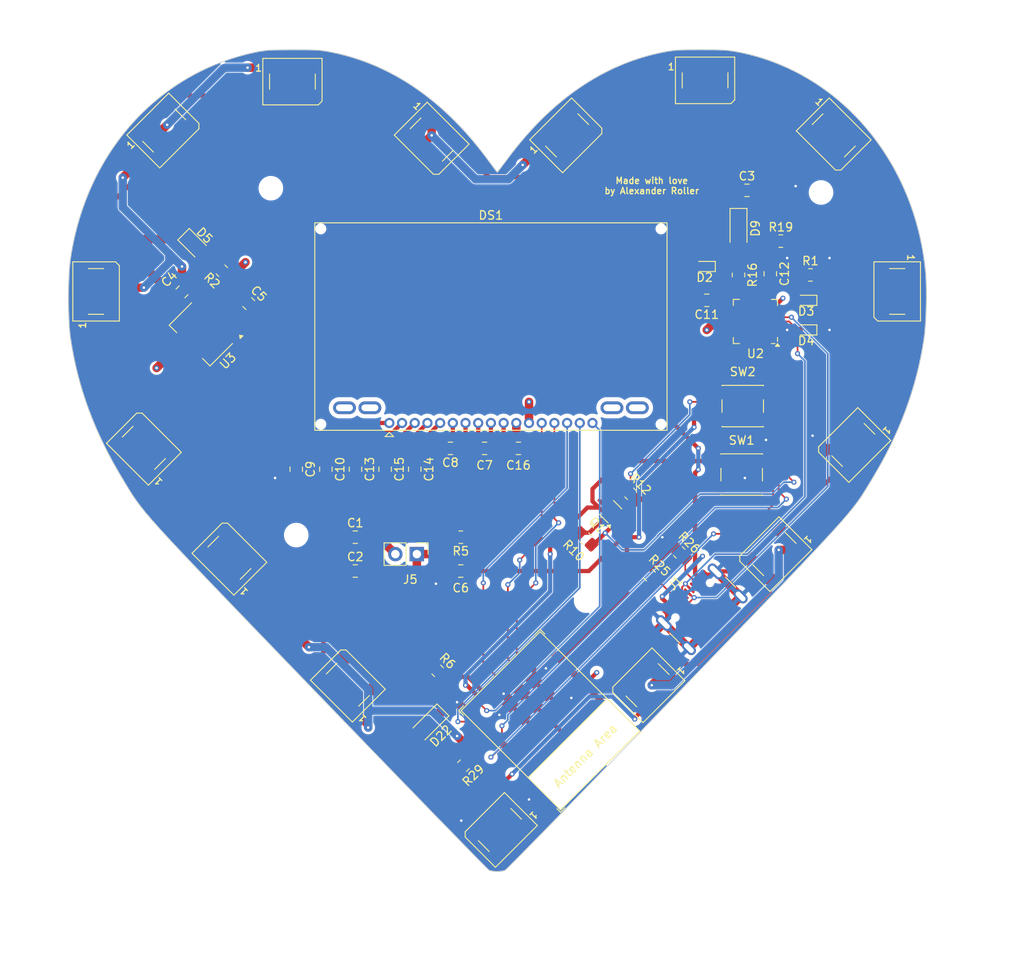
<source format=kicad_pcb>
(kicad_pcb (version 20241229) (generator "pcbnew") (generator_version "9.0")
  (layers (0 "F.Cu" signal) (4 "In1.Cu" power) (6 "In2.Cu" power) (2 "B.Cu" mixed) (13 "F.Paste" user) (15 "B.Paste" user) (5 "F.SilkS" user "F.Silkscreen") (7 "B.SilkS" user "B.Silkscreen") (1 "F.Mask" user) (3 "B.Mask" user) (25 "Edge.Cuts" user))
  (net 0 "")
  (net 1 "VCC_5V")
  (net 2 "Net-(D22-A)")
  (net 3 "ESP_3V3")
  (net 4 "CHIP_PU")
  (net 5 "Net-(Q1A-B1)")
  (net 6 "Net-(Q1B-B2)")
  (net 8 "GPIO9")
  (net 9 "GPIO7")
  (net 10 "GPIO4")
  (net 11 "Net-(D1-DOUT)")
  (net 12 "GPIO12")
  (net 15 "Net-(D1-DIN)")
  (net 16 "Net-(D10-DOUT)")
  (net 17 "GPIO5")
  (net 18 "Net-(D12-DOUT)")
  (net 20 "Net-(D13-DOUT)")
  (net 21 "GPIO2")
  (net 22 "GPIO6")
  (net 23 "GPIO3")
  (net 24 "GPIO8")
  (net 26 "Net-(D14-DOUT)")
  (net 27 "GPIO13")
  (net 28 "VBUSA")
  (net 29 "Net-(D15-DOUT)")
  (net 30 "Net-(J1-CC1)")
  (net 31 "Net-(J1-CC2)")
  (net 34 "Net-(DS1-V1)")
  (net 35 "Net-(DS1-V3)")
  (net 36 "Net-(D17-DOUT)")
  (net 40 "DTR")
  (net 45 "UART_RXD")
  (net 46 "USB_DP")
  (net 48 "UART_TXD")
  (net 49 "Net-(U2-~{RST})")
  (net 50 "USB_DN")
  (net 53 "GND")
  (net 56 "Net-(U2-VBUS)")
  (net 62 "RTS")
  (net 65 "Net-(DS1-V0)")
  (net 66 "Net-(DS1-C2+)")
  (net 67 "GPIO18")
  (net 68 "Net-(DS1-C1+)")
  (net 69 "Net-(DS1-VOUT)")
  (net 70 "Net-(DS1-C1-)")
  (net 71 "Net-(DS1-C2-)")
  (net 72 "Net-(DS1-V2)")
  (net 73 "Net-(DS1-V4)")
  (net 74 "GPIO0")
  (net 75 "GPIO15")
  (net 76 "GPIO19")
  (net 77 "GPIO23")
  (net 78 "GPIO22")
  (net 79 "GPIO14")
  (net 80 "GPIO21")
  (net 81 "GPIO1")
  (net 82 "Net-(D6-DOUT)")
  (net 83 "Net-(D7-DOUT)")
  (net 84 "GPIO20")
  (net 85 "Net-(D5-A)")
  (net 86 "Net-(D16-DOUT)")
  (net 87 "Net-(D18-DOUT)")
  (net 88 "Net-(D19-DOUT)")
  (net 89 "Net-(D20-DOUT)")
  (footprint "Connector_PinHeader_2.54mm:PinHeader_1x02_P2.54mm_Vertical" (layer "F.Cu") (at 126.25 99.5 -90)
    (property "Reference" "J5")
    (property "Value" "Conn_01x02_Pin")
  )
  (footprint "LED_SMD:LED_WS2812B_PLCC4_5.0x5.0mm_P3.2mm" (layer "F.Cu") (at 153.5 115 -135)
    (property "Reference" "D7" (hide yes))
    (property "Value" "WS2812B" (hide yes))
  )
  (footprint "Display:NHD-C12832A1Z-FSRGB" (layer "F.Cu") (at 123 84)
    (property "Reference" "DS1")
    (property "Value" "NHD-C12832A1Z-FSW-FBW-3V3")
  )
  (footprint "Resistor_SMD:R_0805_2012Metric_Pad1.20x1.40mm_HandSolder" (layer "F.Cu") (at 169.25 62.5)
    (property "Reference" "R19")
    (property "Value" "22.1k")
  )
  (footprint "PCM_Espressif:ESP32-C6-MINI-1" (layer "F.Cu") (at 142.016295 119.201724 -135)
    (property "Reference" "U1" (hide yes))
    (property "Value" "ESP32-C6-MINI-1/U" (hide yes))
  )
  (footprint "Capacitor_SMD:C_0805_2012Metric_Pad1.18x1.45mm_HandSolder" (layer "F.Cu") (at 168.007716 66.363604 -90)
    (property "Reference" "C12")
    (property "Value" "1u")
  )
  (footprint "Diode_SMD:D_SOD-123" (layer "F.Cu") (at 127.666726 119.583274 -135)
    (property "Reference" "D22")
    (property "Value" "1N4148W")
  )
  (footprint "Resistor_SMD:R_0805_2012Metric_Pad1.20x1.40mm_HandSolder" (layer "F.Cu") (at 153.75 102 -45)
    (property "Reference" "R25")
    (property "Value" "5.1K")
  )
  (footprint "MountingHole:MountingHole_2.5mm" (layer "F.Cu") (at 109 56.25)
    (property "Reference" "H1" (hide yes))
    (property "Value" "MountingHole")
  )
  (footprint "Diode_SMD:D_SOD-523" (layer "F.Cu") (at 172.25 73 180)
    (property "Reference" "D4")
    (property "Value" "D_TVS")
  )
  (footprint "MountingHole:MountingHole_2.5mm" (layer "F.Cu") (at 112 97.25)
    (property "Reference" "H2" (hide yes))
    (property "Value" "MountingHole")
  )
  (footprint "LED_SMD:LED_WS2812B_PLCC4_5.0x5.0mm_P3.2mm" (layer "F.Cu") (at 111.55 43.65)
    (property "Reference" "D16" (hide yes))
    (property "Value" "WS2812B")
  )
  (footprint "Capacitor_SMD:C_0805_2012Metric_Pad1.18x1.45mm_HandSolder" (layer "F.Cu") (at 119 89.4625 -90)
    (property "Reference" "C13")
    (property "Value" "1u")
  )
  (footprint "LED_SMD:LED_WS2812B_PLCC4_5.0x5.0mm_P3.2mm" (layer "F.Cu") (at 96.399138 49.434315 45)
    (property "Reference" "D17" (hide yes))
    (property "Value" "WS2812B" (hide yes))
  )
  (footprint "Capacitor_SMD:C_0805_2012Metric_Pad1.18x1.45mm_HandSolder" (layer "F.Cu") (at 118.975 101.5)
    (property "Reference" "C2")
    (property "Value" ".1u")
  )
  (footprint "Capacitor_SMD:C_0805_2012Metric_Pad1.18x1.45mm_HandSolder" (layer "F.Cu") (at 126 89.4625 -90)
    (property "Reference" "C14")
    (property "Value" "1u")
  )
  (footprint "Capacitor_SMD:C_0805_2012Metric_Pad1.18x1.45mm_HandSolder" (layer "F.Cu") (at 115.5 89.4625 -90)
    (property "Reference" "C10")
    (property "Value" "1u")
  )
  (footprint "LED_SMD:LED_WS2812B_PLCC4_5.0x5.0mm_P3.2mm" (layer "F.Cu") (at 128 50.5 -45)
    (property "Reference" "D15" (hide yes))
    (property "Value" "WS2812B")
  )
  (footprint "Capacitor_SMD:C_0805_2012Metric_Pad1.18x1.45mm_HandSolder" (layer "F.Cu") (at 122.5 89.4625 -90)
    (property "Reference" "C15")
    (property "Value" "1u")
  )
  (footprint "Capacitor_SMD:C_0805_2012Metric_Pad1.18x1.45mm_HandSolder" (layer "F.Cu") (at 118.975 97.5)
    (property "Reference" "C1")
    (property "Value" "10u")
  )
  (footprint "Capacitor_SMD:C_0805_2012Metric_Pad1.18x1.45mm_HandSolder" (layer "F.Cu") (at 130.2125 87 180)
    (property "Reference" "C8")
    (property "Value" "1u")
  )
  (footprint "Resistor_SMD:R_0805_2012Metric_Pad1.20x1.40mm_HandSolder" (layer "F.Cu") (at 172.75 66.5)
    (property "Reference" "R1")
    (property "Value" "47.5k")
  )
  (footprint "Diode_SMD:D_SOD-523" (layer "F.Cu") (at 172.25 69.5 180)
    (property "Reference" "D3")
    (property "Value" "D_TVS")
  )
  (footprint "LED_SMD:LED_WS2812B_PLCC4_5.0x5.0mm_P3.2mm" (layer "F.Cu") (at 175.5 50 -45)
    (property "Reference" "D12" (hide yes))
    (property "Value" "WS2812B")
  )
  (footprint "LED_SMD:LED_0805_2012Metric_Pad1.15x1.40mm_HandSolder" (layer "F.Cu") (at 100 63 -45)
    (property "Reference" "D5")
    (property "Value" "LED")
  )
  (footprint "Resistor_SMD:R_0805_2012Metric_Pad1.20x1.40mm_HandSolder" (layer "F.Cu") (at 128.7 113.3 -45)
    (property "Reference" "R6")
    (property "Value" "3.3K")
  )
  (footprint "Diode_SMD:D_SOD-523" (layer "F.Cu") (at 160.25 65.5 180)
    (property "Reference" "D2")
    (property "Value" "D_TVS")
  )
  (footprint "Capacitor_SMD:C_0805_2012Metric_Pad1.18x1.45mm_HandSolder" (layer "F.Cu") (at 106.389087 69.889088 -45)
    (property "Reference" "C5")
    (property "Value" "22u")
  )
  (footprint "Package_TO_SOT_SMD:SOT-363_SC-70-6_Handsoldering" (layer "F.Cu") (at 149.150071 94.480833 135)
    (property "Reference" "Q1")
    (property "Value" "BC847BDW1")
  )
  (footprint "Capacitor_SMD:C_0805_2012Metric_Pad1.18x1.45mm_HandSolder" (layer "F.Cu") (at 131.4375 101.5)
    (property "Reference" "C6")
    (property "Value" "1u")
  )
  (footprint "Capacitor_SMD:C_0805_2012Metric_Pad1.18x1.45mm_HandSolder" (layer "F.Cu") (at 160.5 69.5 180)
    (property "Reference" "C11")
    (property "Value" "10u")
  )
  (footprint "Resistor_SMD:R_0805_2012Metric_Pad1.20x1.40mm_HandSolder" (layer "F.Cu") (at 131.4375 97.5 180)
    (property "Reference" "R5")
    (property "Value" "10K")
  )
  (footprint "LED_SMD:LED_WS2812B_PLCC4_5.0x5.0mm_P3.2mm" (layer "F.Cu") (at 160.3 43.5)
    (property "Reference" "D13" (hide yes))
    (property "Value" "WS2812B")
  )
  (footprint "Button_Switch_SMD:SW_SPST_PTS647_Sx38" (layer "F.Cu") (at 164.625 90.1)
    (property "Reference" "SW1")
    (property "Value" "SW_Push")
  )
  (footprint "LED_SMD:LED_WS2812B_PLCC4_5.0x5.0mm_P3.2mm" (layer "F.Cu") (at 136.065685 132.100862 -135)
    (property "Reference" "D6" (hide yes))
    (property "Value" "WS2812B" (hide yes))
  )
  (footprint "Resistor_SMD:R_0805_2012Metric_Pad1.20x1.40mm_HandSolder" (layer "F.Cu") (at 157.25 99.292893 -45)
    (property "Reference" "R26")
    (property "Value" "5.1K")
  )
  (footprint "LED_SMD:LED_WS2812B_PLCC4_5.0x5.0mm_P3.2mm" (layer "F.Cu") (at 104.100862 99.934315 135)
    (property "Reference" "D20" (hide yes))
    (property "Value" "WS2812B")
  )
  (footprint "Connector_USB:USB_C_Receptacle_GCT_USB4105-xx-A_16P_TopMnt_Horizontal" (layer "F.Cu") (at 160.685159 106.794562 45)
    (property "Reference" "J1")
    (property "Value" "USB_C_Receptacle_USB2.0_16P" (hide yes))
  )
  (footprint "Resistor_SMD:R_0805_2012Metric_Pad1.20x1.40mm_HandSolder" (layer "F.Cu") (at 151.497666 92.373654 -45)
    (property "Reference" "R12")
    (property "Value" "10K")
  )
  (footprint "LED_SMD:LED_WS2812B_PLCC4_5.0x5.0mm_P3.2mm" (layer "F.Cu") (at 168.5 99.5 -135)
    (property "Reference" "D8" (hide yes))
    (property "Value" "WS2812B" (hide yes))
  )
  (footprint "MountingHole:MountingHole_2.5mm" (layer "F.Cu") (at 174 56.75)
    (property "Reference" "H3" (hide yes))
    (property "Value" "MountingHole")
  )
  (footprint "Package_TO_SOT_SMD:SOT-223-3_TabPin2" (layer "F.Cu") (at 100.75 73.5 -135)
    (property "Reference" "U3")
    (property "Value" "AZ1117-3.3")
  )
  (footprint "Button_Switch_SMD:SW_SPST_PTS647_Sx38" (layer "F.Cu") (at 164.75 82)
    (property "Reference" "SW2")
    (property "Value" "SW_Push")
  )
  (footprint "Resistor_SMD:R_0805_2012Metric_Pad1.20x1.40mm_HandSolder" (layer "F.Cu") (at 164.25 66.5 -90)
    (property "Reference" "R16")
    (property "Value" "1k")
  )
  (footprint "Capacitor_SMD:C_0805_2012Metric_Pad1.18x1.45mm_HandSolder" (layer "F.Cu") (at 112 89.4625 -90)
    (property "Reference" "C9")
    (property "Value" "1u")
  )
  (footprint "Resistor_SMD:R_0805_2012Metric_Pad1.20x1.40mm_HandSolder" (layer "F.Cu") (at 103.207107 66 135)
    (property "Reference" "R2")
    (property "Value" "5.1K")
  )
  (footprint "LED_SMD:LED_WS2812B_PLCC4_5.0x5.0mm_P3.2mm" (layer "F.Cu") (at 183 68.45 -90)
    (property "Reference" "D10" (hide yes))
    (property "Value" "WS2812B")
  )
  (footprint "Diode_SMD:D_SOD-123" (layer "F.Cu") (at 164.25 61 -90)
    (property "Reference" "D9")
    (property "Value" "1N5819")
  )
  (footprint "Resistor_SMD:R_0805_2012Metric_Pad1.20x1.40mm_HandSolder" (layer "F.Cu") (at 146.194365 97.676955 -45)
    (property "Reference" "R10")
    (property "Value" "10K")
  )
  (footprint "MountingHole:MountingHole_2.5mm" (layer "F.Cu") (at 146.25 105)
    (property "Reference" "H4" (hide yes))
    (property "Value" "MountingHole")
  )
  (footprint "Capacitor_SMD:C_0805_2012Metric_Pad1.18x1.45mm_HandSolder" (layer "F.Cu") (at 98.5 68.5 -135)
    (property "Reference" "C4")
    (property "Value" "10u")
  )
  (footprint "LED_SMD:LED_WS2812B_PLCC4_5.0x5.0mm_P3.2mm" (layer "F.Cu") (at 177.815685 86.600862 -135)
    (property "Reference" "D1" (hide yes))
    (property "Value" "WS2812B")
  )
  (footprint "Package_DFN_QFN:QFN-28-1EP_5x5mm_P0.5mm_EP3.25x3.25mm" (layer "F.Cu") (at 166.25 72 180)
    (property "Reference" "U2")
    (property "Value" "CP2102N-Axx-xQFN28")
  )
  (footprint "Capacitor_SMD:C_0805_2012Metric_Pad1.18x1.45mm_HandSolder" (layer "F.Cu") (at 138.25 87)
    (property "Reference" "C16")
    (property "Value" "1u")
  )
  (footprint "LED_SMD:LED_WS2812B_PLCC4_5.0x5.0mm_P3.2mm" (layer "F.Cu") (at 94 86.934315 135)
    (property "Reference" "D19" (hide yes))
    (property "Value" "WS2812B")
  )
  (footprint "LED_SMD:LED_WS2812B_PLCC4_5.0x5.0mm_P3.2mm" (layer "F.Cu") (at 118.100862 114.934315 135)
    (property "Reference" "D21" (hide yes))
    (property "Value" "WS2812B")
  )
  (footprint "Capacitor_SMD:C_0805_2012Metric_Pad1.18x1.45mm_HandSolder" (layer "F.Cu") (at 134.25 87)
    (property "Reference" "C7")
    (property "Value" "1u")
  )
  (footprint "Capacitor_SMD:C_0805_2012Metric_Pad1.18x1.45mm_HandSolder" (layer "F.Cu") (at 165.25 56.5)
    (property "Reference" "C3")
    (property "Value" "10u")
  )
  (footprint "LED_SMD:LED_WS2812B_PLCC4_5.0x5.0mm_P3.2mm" (layer "F.Cu") (at 144 50 45)
    (property "Reference" "D14" (hide yes))
    (property "Value" "WS2812B")
  )
  (footprint "Resistor_SMD:R_0805_2012Metric_Pad1.20x1.40mm_HandSolder" (layer "F.Cu") (at 131.75 124.5 -135)
    (property "Reference" "R29")
    (property "Value" "10K" (hide yes))
  )
  (footprint "LED_SMD:LED_WS2812B_PLCC4_5.0x5.0mm_P3.2mm" (layer "F.Cu") (at 88.35 68.45 90)
    (property "Reference" "D18" (hide yes))
    (property "Value" "WS2812B")
  )
  (gr_curve (pts (xy 134.78271 136.871365) (xy 134.613885 136.790125) (xy 125.556269 127.47393) (xy 114.654674 116.168705)) (stroke (width 0.1)) (layer "Edge.Cuts"))
  (gr_curve (pts (xy 186.1539 74.19844) (xy 185.29153 79.840635) (xy 183.293325 85.23254) (xy 180.11024 90.50649)) (stroke (width 0.1)) (layer "Edge.Cuts"))
  (gr_curve (pts (xy 127.723848 45.602902) (xy 130.218966 47.571102) (xy 132.543275 50.018406) (xy 134.679035 52.932553)) (stroke (width 0.1)) (layer "Edge.Cuts"))
  (gr_curve (pts (xy 114.654674 116.168705) (xy 93.046106 93.76008) (xy 94.04004 94.857) (xy 91.438537 90.547065)) (stroke (width 0.1)) (layer "Edge.Cuts"))
  (gr_curve (pts (xy 116.224877 40.174257) (xy 120.363162 41.012244) (xy 124.212632 42.833184) (xy 127.723848 45.602902)) (stroke (width 0.1)) (layer "Edge.Cuts"))
  (gr_curve (pts (xy 135.75 54.354688) (xy 135.7658 54.354688) (xy 136.3442 53.595663) (xy 137.03537 52.667968)) (stroke (width 0.1)) (layer "Edge.Cuts"))
  (gr_curve (pts (xy 134.679035 52.932553) (xy 135.252285 53.714725) (xy 135.734215 54.354688) (xy 135.75 54.354688)) (stroke (width 0.1)) (layer "Edge.Cuts"))
  (gr_curve (pts (xy 156.84713 116.181075) (xy 145.955215 127.47398) (xy 136.88398 136.786385) (xy 136.68882 136.875305)) (stroke (width 0.1)) (layer "Edge.Cuts"))
  (gr_curve (pts (xy 85.332094 64.475) (xy 87.242142 51.988903) (xy 95.624575 42.636933) (xy 107.109989 40.178197)) (stroke (width 0.1)) (layer "Edge.Cuts"))
  (gr_curve (pts (xy 111.607905 39.874852) (xy 114.346591 39.869602) (xy 114.896329 39.905252) (xy 116.224877 40.174257)) (stroke (width 0.1)) (layer "Edge.Cuts"))
  (gr_curve (pts (xy 136.68882 136.875305) (xy 136.25362 137.073595) (xy 135.198445 137.071415) (xy 134.78271 136.871305)) (stroke (width 0.1)) (layer "Edge.Cuts"))
  (gr_curve (pts (xy 186.363465 66.184165) (xy 186.55745 68.266005) (xy 186.453595 72.2376) (xy 186.1539 74.19844)) (stroke (width 0.1)) (layer "Edge.Cuts"))
  (gr_curve (pts (xy 91.438537 90.547065) (xy 88.14462 85.090005) (xy 86.184353 79.782635) (xy 85.326909 74)) (stroke (width 0.1)) (layer "Edge.Cuts"))
  (gr_curve (pts (xy 180.11024 90.50649) (xy 177.49562 94.83857) (xy 178.48582 93.745725) (xy 156.84713 116.181075)) (stroke (width 0.1)) (layer "Edge.Cuts"))
  (gr_curve (pts (xy 85.326909 74) (xy 84.992158 71.74243) (xy 84.994915 66.679165) (xy 85.332094 64.475)) (stroke (width 0.1)) (layer "Edge.Cuts"))
  (gr_curve (pts (xy 107.109989 40.178197) (xy 108.320042 39.919157) (xy 108.899689 39.880067) (xy 111.607905 39.874852)) (stroke (width 0.1)) (layer "Edge.Cuts"))
  (gr_curve (pts (xy 159.828215 39.870547) (xy 162.486105 39.870547) (xy 163.06333 39.909397) (xy 164.392275 40.177612)) (stroke (width 0.1)) (layer "Edge.Cuts"))
  (gr_curve (pts (xy 137.03537 52.667968) (xy 142.167235 45.779938) (xy 148.28865 41.585543) (xy 155.26415 40.177612)) (stroke (width 0.1)) (layer "Edge.Cuts"))
  (gr_curve (pts (xy 155.26415 40.177612) (xy 156.593095 39.909382) (xy 157.170325 39.870547) (xy 159.828215 39.870547)) (stroke (width 0.1)) (layer "Edge.Cuts"))
  (gr_curve (pts (xy 164.392275 40.177612) (xy 176.270865 42.575183) (xy 185.14202 53.075668) (xy 186.363465 66.184165)) (stroke (width 0.1)) (layer "Edge.Cuts"))
  (gr_text "Made with love\nby Alexander Roller" (at 154 57 0) (layer "F.SilkS") (effects (font (size 0.75 0.75) (thickness 0.15) (bold yes)) (justify bottom)))
  (segment (start 148 53.5) (end 164 53.5) (width 1) (layer "F.Cu") (net 1))
  (segment (start 179.764316 89.521018) (end 180.5 88.128072) (width 1) (layer "F.Cu") (net 1))
  (segment (start 143.434315 50.565685) (end 144.25 49.75) (width 1) (layer "F.Cu") (net 1))
  (segment (start 110.6 43.5) (end 116 43.5) (width 1) (layer "F.Cu") (net 1))
  (segment (start 171.333453 99) (end 171.399138 98.934315) (width 1) (layer "F.Cu") (net 1))
  (segment (start 93.5 50) (end 93.5 53) (width 1) (layer "F.Cu") (net 1))
  (segment (start 164.25 59.35) (end 172.714426 59.35) (width 1) (layer "F.Cu") (net 1))
  (segment (start 141.100862 50.565685) (end 143.434315 50.565685) (width 1) (layer "F.Cu") (net 1))
  (segment (start 156.399138 114.434315) (end 154.565685 114.434315) (width 1) (layer "F.Cu") (net 1))
  (segment (start 146.5 47.5) (end 158 47.5) (width 1) (layer "F.Cu") (net 1))
  (segment (start 101.351041 69.646268) (end 101.113514 69.646268) (width 1) (layer "F.Cu") (net 1))
  (segment (start 177.682213 64.782213) (end 181.4 68.5) (width 1) (layer "F.Cu") (net 1))
  (segment (start 93.5 50) (end 95.5 50) (width 1) (layer "F.Cu") (net 1))
  (segment (start 136.535177 131.535177) (end 138.964823 131.535177) (width 1) (layer "F.Cu") (net 1))
  (segment (start 103.194349 102.833453) (end 98.390952 98.030056) (width 1) (layer "F.Cu") (net 1))
  (segment (start 144.25 49.75) (end 146.5 47.5) (width 1) (layer "F.Cu") (net 1))
  (segment (start 92 68) (end 94 68) (width 1) (layer "F.Cu") (net 1))
  (segment (start 124.25 51.75) (end 126.25 51.75) (width 1) (layer "F.Cu") (net 1))
  (segment (start 128 50) (end 128 48.166547) (width 1) (layer "F.Cu") (net 1))
  (segment (start 98.390952 93.65872) (end 94.565685 89.833453) (width 1) (layer "F.Cu") (net 1))
  (segment (start 154.565685 114.434315) (end 154 115) (width 1) (layer "F.Cu") (net 1))
  (segment (start 169 99) (end 171.333453 99) (width 1) (layer "F.Cu") (net 1))
  (segment (start 183.609 68.5) (end 183.609 67.041) (width 1) (layer "F.Cu") (net 1))
  (segment (start 178.8 63.2) (end 177.682213 64.317787) (width 1) (layer "F.Cu") (net 1))
  (segment (start 91.4 68.6) (end 92 68) (width 1) (layer "F.Cu") (net 1))
  (segment (start 177.682213 64.317787) (end 177.682213 64.782213) (width 1) (layer "F.Cu") (net 1))
  (segment (start 164 53.5) (end 164.2125 53.7125) (width 1) (layer "F.Cu") (net 1))
  (segment (start 98.5 67.032754) (end 99.233623 67.766377) (width 1) (layer "F.Cu") (net 1))
  (segment (start 104.666547 102.833453) (end 105.833453 102.833453) (width 1) (layer "F.Cu") (net 1))
  (segment (start 174.934315 49.434315) (end 178.8 53.3) (width 1) (layer "F.Cu") (net 1))
  (segment (start 93.5 53) (end 91.5 55) (width 1) (layer "F.Cu") (net 1))
  (segment (start 180.5 86.25) (end 180.714823 86.035177) (width 1) (layer "F.Cu") (net 1))
  (segment (start 141.100862 50.565685) (end 141.100862 51.149138) (width 1) (layer "F.Cu") (net 1))
  (segment (start 177.735177 86.035177) (end 176.1 84.4) (width 1) (layer "F.Cu") (net 1))
  (segment (start 95.5 50) (end 96.75 48.75) (width 1) (layer "F.Cu") (net 1))
  (segment (start 171.399138 98.934315) (end 171.399138 98.100862) (width 1) (layer "F.Cu") (net 1))
  (segment (start 98.5 65.5) (end 98.5 67.032754) (width 1) (layer "F.Cu") (net 1))
  (segment (start 183.609 67.041) (end 184.65 66) (width 1) (layer "F.Cu") (net 1))
  (segment (start 181.4 68.5) (end 183.609 68.5) (width 1) (layer "F.Cu") (net 1))
  (segment (start 172.714426 59.35) (end 177.682213 64.317787) (width 1) (layer "F.Cu") (net 1))
  (segment (start 106.25 42) (end 109.1 42) (width 1) (layer "F.Cu") (net 1))
  (segment (start 105.833453 102.833453) (end 113.5 110.5) (width 1) (layer "F.Cu") (net 1))
  (segment (start 101.113514 69.646268) (end 99.233623 67.766377) (width 1) (layer "F.Cu") (net 1))
  (segment (start 176.1 84.4) (end 176.1 80.1) (width 1) (layer "F.Cu") (net 1))
  (segment (start 182.8 73.4) (end 182.8 69.309) (width 1) (layer "F.Cu") (net 1))
  (segment (start 134.1 129.1) (end 136.535177 131.535177) (width 1) (layer "F.Cu") (net 1))
  (segment (start 176.1 80.1) (end 182.8 73.4) (width 1) (layer "F.Cu") (net 1))
  (segment (start 120.5 119.666906) (end 118.666547 117.833453) (width 1) (layer "F.Cu") (net 1))
  (segment (start 104.666547 102.833453) (end 103.194349 102.833453) (width 1) (layer "F.Cu") (net 1))
  (segment (start 164.2125 53.7125) (end 164.2125 56.5) (width 1) (layer "F.Cu") (net 1))
  (segment (start 158 47.5) (end 160.25 45.25) (width 1) (layer "F.Cu") (net 1))
  (segment (start 164.2125 59.3125) (end 164.25 59.35) (width 1) (layer "F.Cu") (net 1))
  (segment (start 116 43.5) (end 124.25 51.75) (width 1) (layer "F.Cu") (net 1))
  (segment (start 94.565685 89.833453) (end 94.565685 87.565685) (width 1) (layer "F.Cu") (net 1))
  (segment (start 86.7 70.9) (end 89.6 68) (width 1) (layer "F.Cu") (net 1))
  (segment (start 128 48.166547) (end 127.434315 47.600862) (width 1) (layer "F.Cu") (net 1))
  (segment (start 141.100862 51.149138) (end 138.75 53.5) (width 1) (layer "F.Cu") (net 1))
  (segment (start 132.457107 123.792893) (end 134.1 125.435786) (width 1) (layer "F.Cu") (net 1))
  (segment (start 132.457107 122.457107) (end 131 121) (width 1) (layer "F.Cu") (net 1))
  (segment (start 98.390952 98.030056) (end 98.390952 93.65872) (width 1) (layer "F.Cu") (net 1))
  (segment (start 126.25 51.75) (end 128 50) (width 1) (layer "F.Cu") (net 1))
  (segment (start 144.25 49.75) (end 148 53.5) (width 1) (layer "F.Cu") (net 1))
  (segment (start 180.714823 86.035177) (end 177.735177 86.035177) (width 1) (layer "F.Cu") (net 1))
  (segment (start 91.4 84.4) (end 91.4 68.6) (width 1) (layer "F.Cu") (net 1))
  (segment (start 109.1 42) (end 110.6 43.5) (width 1) (layer "F.Cu") (net 1))
  (segment (start 94.565685 87.565685) (end 91.4 84.4) (width 1) (layer "F.Cu") (net 1))
  (segment (start 174.934315 47.100862) (end 174.934315 49.434315) (width 1) (layer "F.Cu") (net 1))
  (segment (start 89.6 68) (end 92 68) (width 1) (layer "F.Cu") (net 1))
  (segment (start 160.25 45.25) (end 160.25 44.25) (width 1) (layer "F.Cu") (net 1))
  (segment (start 171.399138 98.100862) (end 179.44943 90.05057) (width 1) (layer "F.Cu") (net 1))
  (segment (start 120.5 120) (end 120.5 119.666906) (width 1) (layer "F.Cu") (net 1))
  (segment (start 164.2125 56.5) (end 164.2125 59.3125) (width 1) (layer "F.Cu") (net 1))
  (segment (start 182.8 69.309) (end 183.609 68.5) (width 1) (layer "F.Cu") (net 1))
  (segment (start 160.25 44.25) (end 157.85 41.85) (width 1) (layer "F.Cu") (net 1))
  (segment (start 179.44943 90.05057) (end 179.764316 89.521018) (width 1) (layer "F.Cu") (net 1))
  (segment (start 178.8 53.3) (end 178.8 63.2) (width 1) (layer "F.Cu") (net 1))
  (segment (start 134.1 125.435786) (end 134.1 129.1) (width 1) (layer "F.Cu") (net 1))
  (segment (start 180.5 88.128072) (end 180.5 86.25) (width 1) (layer "F.Cu") (net 1))
  (segment (start 132.457107 123.792893) (end 132.457107 122.457107) (width 1) (layer "F.Cu") (net 1))
  (via (at 96.75 48.75) (size 0.6) (drill 0.3) (layers "F.Cu" "B.Cu") (net 1))
  (via (at 91.5 55) (size 0.6) (drill 0.3) (layers "F.Cu" "B.Cu") (net 1))
  (via (at 131 121) (size 0.6) (drill 0.3) (layers "F.Cu" "B.Cu") (net 1))
  (via (at 169 99) (size 0.6) (drill 0.3) (layers "F.Cu" "B.Cu") (net 1))
  (via (at 138.75 53.5) (size 0.6) (drill 0.3) (layers "F.Cu" "B.Cu") (net 1))
  (via (at 113.5 110.5) (size 0.6) (drill 0.3) (layers "F.Cu" "B.Cu") (net 1))
  (via (at 128 50) (size 0.6) (drill 0.3) (layers "F.Cu" "B.Cu") (net 1))
  (via (at 120.5 120) (size 0.6) (drill 0.3) (layers "F.Cu" "B.Cu") (net 1))
  (via (at 98.5 65.5) (size 0.6) (drill 0.3) (layers "F.Cu" "B.Cu") (net 1))
  (via (at 154 115) (size 0.6) (drill 0.3) (layers "F.Cu" "B.Cu") (net 1))
  (via (at 94 68) (size 0.6) (drill 0.3) (layers "F.Cu" "B.Cu") (net 1))
  (via (at 106.25 42) (size 0.6) (drill 0.3) (layers "F.Cu" "B.Cu") (net 1))
  (segment (start 131 121) (end 128 118) (width 1) (layer "B.Cu") (net 1))
  (segment (start 91.5 58.5) (end 97 64) (width 1) (layer "B.Cu") (net 1))
  (segment (start 103.693888 42) (end 106.25 42) (width 1) (layer "B.Cu") (net 1))
  (segment (start 169 102.353077) (end 169 99) (width 1) (layer "B.Cu") (net 1))
  (segment (start 154 115) (end 156.353077 115) (width 1) (layer "B.Cu") (net 1))
  (segment (start 120.5 115.5) (end 120.5 118) (width 1) (layer "B.Cu") (net 1))
  (segment (start 91.5 55) (end 91.5 58.5) (width 1) (layer "B.Cu") (net 1))
  (segment (start 103.495851 42.067488) (end 103.693888 42) (width 1) (layer "B.Cu") (net 1))
  (segment (start 156.353077 115) (end 169 102.353077) (width 1) (layer "B.Cu") (net 1))
  (segment (start 96.75 48.75) (end 103.388412 42.111588) (width 1) (layer "B.Cu") (net 1))
  (segment (start 113.5 110.5) (end 115.5 110.5) (width 1) (layer "B.Cu") (net 1))
  (segment (start 137.057116 55.192884) (end 133.192884 55.192884) (width 1) (layer "B.Cu") (net 1))
  (segment (start 103.388412 42.111588) (end 103.495851 42.067488) (width 1) (layer "B.Cu") (net 1))
  (segment (start 115.5 110.5) (end 120.5 115.5) (width 1) (layer "B.Cu") (net 1))
  (segment (start 97 65) (end 97 64) (width 1) (layer "B.Cu") (net 1))
  (segment (start 120.5 118) (end 120.5 120) (width 1) (layer "B.Cu") (net 1))
  (segment (start 133.192884 55.192884) (end 128 50) (width 1) (layer "B.Cu") (net 1))
  (segment (start 94 68) (end 97 65) (width 1) (layer "B.Cu") (net 1))
  (segment (start 128 118) (end 120.5 118) (width 1) (layer "B.Cu") (net 1))
  (segment (start 138.75 53.5) (end 137.057116 55.192884) (width 1) (layer "B.Cu") (net 1))
  (segment (start 97 64) (end 98.5 65.5) (width 1) (layer "B.Cu") (net 1))
  (segment (start 131.007539 125.207107) (end 131.042893 125.207107) (width 0.5) (layer "F.Cu") (net 2))
  (segment (start 131.042893 128.542893) (end 131.042893 125.207107) (width 0.5) (layer "F.Cu") (net 2))
  (segment (start 135.5 133) (end 131.042893 128.542893) (width 0.5) (layer "F.Cu") (net 2))
  (segment (start 126.525216 120.724784) (end 131.007539 125.207107) (width 0.5) (layer "F.Cu") (net 2))
  (segment (start 135.5 135) (end 135.5 133) (width 0.5) (layer "F.Cu") (net 2))
  (segment (start 126.25 110.85) (end 127.992893 112.592893) (width 1) (layer "F.Cu") (net 3))
  (segment (start 161.5375 69.5) (end 161.5375 68.2125) (width 1) (layer "F.Cu") (net 3))
  (segment (start 105.094535 69.155465) (end 102.977386 71.272614) (width 1) (layer "F.Cu") (net 3))
  (segment (start 120.0125 97.5) (end 121.71 97.5) (width 1) (layer "F.Cu") (net 3))
  (segment (start 168.65 71) (end 168.65 70.5) (width 0.5) (layer "F.Cu") (net 3))
  (segment (start 139.5 84) (end 139.5 81.5) (width 1) (layer "F.Cu") (net 3))
  (segment (start 145.976093 114.817662) (end 146.182338 114.817662) (width 0.5) (layer "F.Cu") (net 3))
  (segment (start 103.914214 66.707107) (end 103.914214 67.414215) (width 1) (layer "F.Cu") (net 3))
  (segment (start 168.65 70.1) (end 169.5 69.25) (width 0.5) (layer "F.Cu") (net 3))
  (segment (start 103.914214 66.707107) (end 104.292893 66.707107) (width 1) (layer "F.Cu") (net 3))
  (segment (start 128.4375 99.5) (end 130.4375 97.5) (width 1) (layer "F.Cu") (net 3))
  (segment (start 126.25 99.5) (end 128.4375 99.5) (width 1) (layer "F.Cu") (net 3))
  (segment (start 121.71 97.5) (end 123.71 99.5) (width 1) (layer "F.Cu") (net 3))
  (segment (start 103.914214 67.414215) (end 105.655464 69.155465) (width 1) (layer "F.Cu") (net 3))
  (segment (start 104.292893 66.707107) (end 106 65) (width 1) (layer "F.Cu") (net 3))
  (segment (start 98.522614 75.727386) (end 102.977386 71.272614) (width 1) (layer "F.Cu") (net 3))
  (segment (start 161.5375 69.5) (end 161.5375 71.9625) (width 1) (layer "F.Cu") (net 3))
  (segment (start 168.65 71) (end 168.65 70.1) (width 0.5) (layer "F.Cu") (net 3))
  (segment (start 98.522614 75.727386) (end 97.272614 75.727386) (width 1) (layer "F.Cu") (net 3))
  (segment (start 146.182338 114.817662) (end 147.5 113.5) (width 0.5) (layer "F.Cu") (net 3))
  (segment (start 120.0125 101.5) (end 120.0125 97.5) (width 1) (layer "F.Cu") (net 3))
  (segment (start 97.272614 75.727386) (end 95.5 77.5) (width 1) (layer "F.Cu") (net 3))
  (segment (start 105.655464 69.155465) (end 105.094535 69.155465) (width 1) (layer "F.Cu") (net 3))
  (segment (start 161.5375 68.2125) (end 164.25 65.5) (width 1) (layer "F.Cu") (net 3))
  (segment (start 161.5375 71.9625) (end 160.5 73) (width 1) (layer "F.Cu") (net 3))
  (segment (start 126.25 99.5) (end 126.25 110.85) (width 1) (layer "F.Cu") (net 3))
  (via (at 106 65) (size 0.6) (drill 0.3) (layers "F.Cu" "B.Cu") (net 3))
  (via (at 147.5 113.5) (size 0.6) (drill 0.3) (layers "F.Cu" "B.Cu") (net 3))
  (via (at 95.5 77.5) (size 0.6) (drill 0.3) (layers "F.Cu" "B.Cu") (net 3))
  (via (at 169.5 69.25) (size 0.6) (drill 0.3) (layers "F.Cu" "B.Cu") (net 3))
  (via (at 160.5 73) (size 0.6) (drill 0.3) (layers "F.Cu" "B.Cu") (net 3))
  (via (at 139.5 81.5) (size 0.6) (drill 0.3) (layers "F.Cu" "B.Cu") (net 3))
  (segment (start 162.125 80.4) (end 167.375 80.4) (width 0.5) (layer "F.Cu") (net 4))
  (segment (start 150.550142 94.961666) (end 151.5 95.911524) (width 0.5) (layer "F.Cu") (net 4))
  (segment (start 152.5 97.5) (end 151.063812 97.5) (width 0.5) (layer "F.Cu") (net 4))
  (segment (start 146.563812 101.5) (end 151.063812 97) (width 0.5) (layer "F.Cu") (net 4))
  (segment (start 132.4375 97.5) (end 132.4375 101.4625) (width 0.5) (layer "F.Cu") (net 4))
  (segment (start 132.4375 101.4625) (end 132.475 101.5) (width 0.5) (layer "F.Cu") (net 4))
  (segment (start 151.5 95.911524) (end 151.5 96.563812) (width 0.5) (layer "F.Cu") (net 4))
  (segment (start 151.5 96.563812) (end 151.063812 97) (width 0.5) (layer "F.Cu") (net 4))
  (segment (start 162.125 80.4) (end 159 83.525) (width 0.5) (layer "F.Cu") (net 4))
  (segment (start 151.063812 104.073089) (end 143.147666 111.989235) (width 0.5) (layer "F.Cu") (net 4))
  (segment (start 159 83.525) (end 159 84.5) (width 0.5) (layer "F.Cu") (net 4))
  (segment (start 151.063812 97.5) (end 151.063812 104.073089) (width 0.5) (layer "F.Cu") (net 4))
  (segment (start 132.475 101.5) (end 146.563812 101.5) (width 0.5) (layer "F.Cu") (net 4))
  (segment (start 151.063812 97) (end 151.063812 97.5) (width 0.5) (layer "F.Cu") (net 4))
  (via (at 152.5 97.5) (size 0.6) (drill 0.3) (layers "F.Cu" "B.Cu") (net 4))
  (via (at 159 84.5) (size 0.6) (drill 0.3) (layers "F.Cu" "B.Cu") (net 4))
  (segment (start 152.5 91) (end 152.5 97.5) (width 0.5) (layer "B.Cu") (net 4))
  (segment (start 159 84.5) (end 152.5 91) (width 0.5) (layer "B.Cu") (net 4))
  (segment (start 152.204773 93.080761) (end 150.719239 93.080761) (width 0.5) (layer "F.Cu") (net 5))
  (segment (start 149.576853 94.907615) (end 150.090523 95.421285) (width 0.5) (layer "F.Cu") (net 5))
  (segment (start 150.719239 93.080761) (end 149.576853 94.223147) (width 0.5) (layer "F.Cu") (net 5))
  (segment (start 149.576853 94.223147) (end 149.576853 94.907615) (width 0.5) (layer "F.Cu") (net 5))
  (segment (start 146.630152 96.969848) (end 148.723289 94.876711) (width 0.5) (layer "F.Cu") (net 6))
  (segment (start 148.723289 94.054051) (end 148.209619 93.540381) (width 0.5) (layer "F.Cu") (net 6))
  (segment (start 145.487258 96.969848) (end 146.630152 96.969848) (width 0.5) (layer "F.Cu") (net 6))
  (segment (start 148.723289 94.876711) (end 148.723289 94.054051) (width 0.5) (layer "F.Cu") (net 6))
  (segment (start 132 115) (end 132.157716 115) (width 0.5) (layer "F.Cu") (net 8))
  (segment (start 142 99.5) (end 142 98.4) (width 0.5) (layer "F.Cu") (net 8))
  (segment (start 167.25 88.5) (end 162 88.5) (width 0.5) (layer "F.Cu") (net 8))
  (segment (start 147 91.8) (end 150.3 88.5) (width 0.5) (layer "F.Cu") (net 8))
  (segment (start 146.4 94) (end 147.75 94) (width 0.5) (layer "F.Cu") (net 8))
  (segment (start 147 93.25) (end 147 91.8) (width 0.5) (layer "F.Cu") (net 8))
  (segment (start 147.75 94) (end 147 93.25) (width 0.5) (layer "F.Cu") (net 8))
  (segment (start 150.3 88.5) (end 162 88.5) (width 0.5) (layer "F.Cu") (net 8))
  (segment (start 142 98.4) (end 146.4 94) (width 0.5) (layer "F.Cu") (net 8))
  (segment (start 132.157716 115) (end 133.813856 116.65614) (width 0.5) (layer "F.Cu") (net 8))
  (via (at 132 115) (size 0.6) (drill 0.3) (layers "F.Cu" "B.Cu") (net 8))
  (via (at 142 99.5) (size 0.6) (drill 0.3) (layers "F.Cu" "B.Cu") (net 8))
  (segment (start 142 103.9) (end 132 113.9) (width 0.5) (layer "B.Cu") (net 8))
  (segment (start 132 113.9) (end 132 115) (width 0.5) (layer "B.Cu") (net 8))
  (segment (start 142 99.5) (end 142 103.9) (width 0.5) (layer "B.Cu") (net 8))
  (segment (start 137.773654 112.696342) (end 137 111.922688) (width 0.2) (layer "F.Cu") (net 9))
  (segment (start 138.4 100.2) (end 141 97.6) (width 0.2) (layer "F.Cu") (net 9))
  (segment (start 141 97.6) (end 141 84) (width 0.2) (layer "F.Cu") (net 9))
  (segment (start 137 111.922688) (end 137 103.1) (width 0.2) (layer "F.Cu") (net 9))
  (via (at 137 103.1) (size 0.6) (drill 0.3) (layers "F.Cu" "B.Cu") (net 9))
  (via (at 138.4 100.2) (size 0.6) (drill 0.3) (layers "F.Cu" "B.Cu") (net 9))
  (segment (start 137 103.1) (end 138.4 101.7) (width 0.2) (layer "B.Cu") (net 9))
  (segment (start 138.4 101.7) (end 138.4 100.2) (width 0.2) (layer "B.Cu") (net 9))
  (segment (start 184.65 77.433094) (end 184.65 70.9) (width 0.5) (layer "F.Cu") (net 11))
  (segment (start 178.38137 83.701724) (end 184.65 77.433094) (width 0.5) (layer "F.Cu") (net 11))
  (segment (start 176.166547 89.5) (end 177.25 89.5) (width 0.5) (layer "F.Cu") (net 15))
  (segment (start 169.065685 96.600862) (end 176.166547 89.5) (width 0.5) (layer "F.Cu") (net 15))
  (segment (start 181.35 53.516547) (end 178.399138 50.565685) (width 0.5) (layer "F.Cu") (net 16))
  (segment (start 181.35 66) (end 181.35 53.516547) (width 0.5) (layer "F.Cu") (net 16))
  (segment (start 165.016547 41.85) (end 162.75 41.85) (width 0.5) (layer "F.Cu") (net 18))
  (segment (start 172.600862 49.434315) (end 165.016547 41.85) (width 0.5) (layer "F.Cu") (net 18))
  (segment (start 146.516547 45.15) (end 144.565685 47.100862) (width 0.5) (layer "F.Cu") (net 20))
  (segment (start 157.85 45.15) (end 146.516547 45.15) (width 0.5) (layer "F.Cu") (net 20))
  (segment (start 138.056497 111.847813) (end 138.056497 105.143503) (width 0.2) (layer "F.Cu") (net 22))
  (segment (start 142.5 95.3) (end 142.5 84) (width 0.2) (layer "F.Cu") (net 22))
  (segment (start 138.33934 112.130656) (end 138.056497 111.847813) (width 0.2) (layer "F.Cu") (net 22))
  (segment (start 138.056497 105.143503) (end 140.3 102.9) (width 0.2) (layer "F.Cu") (net 22))
  (segment (start 143 95.8) (end 142.5 95.3) (width 0.2) (layer "F.Cu") (net 22))
  (via (at 140.3 102.9) (size 0.6) (drill 0.3) (layers "F.Cu" "B.Cu") (net 22))
  (via (at 143 95.8) (size 0.6) (drill 0.3) (layers "F.Cu" "B.Cu") (net 22))
  (segment (start 140.3 102.9) (end 140.3 98.5) (width 0.2) (layer "B.Cu") (net 22))
  (segment (start 140.3 98.5) (end 143 95.8) (width 0.2) (layer "B.Cu") (net 22))
  (segment (start 134.379542 116.090454) (end 132.296195 114.007107) (width 0.5) (layer "F.Cu") (net 24))
  (segment (start 129.407107 117.842893) (end 128.833452 118.416548) (width 0.5) (layer "F.Cu") (net 24))
  (segment (start 132.296195 114.007107) (end 129.407107 114.007107) (width 0.5) (layer "F.Cu") (net 24))
  (segment (start 129.407107 114.007107) (end 129.407107 117.842893) (width 0.5) (layer "F.Cu") (net 24))
  (segment (start 141.402178 54.931275) (end 134.764728 54.931275) (width 0.5) (layer "F.Cu") (net 26))
  (segment (start 143.434315 52.899138) (end 141.402178 54.931275) (width 0.5) (layer "F.Cu") (net 26))
  (segment (start 134.764728 54.931275) (end 130.899138 51.065685) (width 0.5) (layer "F.Cu") (net 26))
  (segment (start 159.11869 100.75) (end 159.11869 89.88131) (width 0.5) (layer "F.Cu") (net 28))
  (segment (start 159.780062 102.495353) (end 159.11869 101.833981) (width 0.5) (layer "F.Cu") (net 28))
  (segment (start 164.25 62.65) (end 162.075001 62.65) (width 1) (layer "F.Cu") (net 28))
  (segment (start 155.25 104.753515) (end 156.38595 105.889465) (width 0.5) (layer "F.Cu") (net 28))
  (segment (start 159.11869 100.63131) (end 160 99.75) (width 0.5) (layer "F.Cu") (net 28))
  (segment (start 159.5 87) (end 156.7 84.2) (width 0.5) (layer "F.Cu") (net 28))
  (segment (start 159.11869 101.833981) (end 159.11869 100.75) (width 0.5) (layer "F.Cu") (net 28))
  (segment (start 156.7 68.025001) (end 159.225001 65.5) (width 0.5) (layer "F.Cu") (net 28))
  (segment (start 164.25 62.65) (end 168.1 62.65) (width 1) (layer "F.Cu") (net 28))
  (segment (start 159.11869 89.88131) (end 159.5 89.5) (width 0.5) (layer "F.Cu") (net 28))
  (segment (start 159.11869 100.75) (end 159.11869 100.63131) (width 0.5) (layer "F.Cu") (net 28))
  (segment (start 168.1 62.65) (end 168.25 62.5) (width 1) (layer "F.Cu") (net 28))
  (segment (start 162.075001 62.65) (end 159.225001 65.5) (width 1) (layer "F.Cu") (net 28))
  (segment (start 155.25 104.5) (end 155.25 104.753515) (width 0.5) (layer "F.Cu") (net 28))
  (segment (start 156.7 84.2) (end 156.7 68.025001) (width 0.5) (layer "F.Cu") (net 28))
  (via (at 159.5 87) (size 0.6) (drill 0.3) (layers "F.Cu" "B.Cu") (net 28))
  (via (at 160 99.75) (size 0.6) (drill 0.3) (layers "F.Cu" "B.Cu") (net 28))
  (via (at 155.25 104.5) (size 0.6) (drill 0.3) (layers "F.Cu" "B.Cu") (net 28))
  (via (at 159.5 89.5) (size 0.6) (drill 0.3) (layers "F.Cu" "B.Cu") (net 28))
  (segment (start 160 99.75) (end 155.25 104.5) (width 0.5) (layer "B.Cu") (net 28))
  (segment (start 159.5 89.5) (end 159.5 87) (width 0.5) (layer "B.Cu") (net 28))
  (segment (start 117.166547 42) (end 114 42) (width 0.5) (layer "F.Cu") (net 29))
  (segment (start 125.100862 49.934315) (end 117.166547 42) (width 0.5) (layer "F.Cu") (net 29))
  (segment (start 154.829937 102.707107) (end 154.457107 102.707107) (width 0.2) (layer "F.Cu") (net 30))
  (segment (start 157.199123 105.076293) (end 154.829937 102.707107) (width 0.2) (layer "F.Cu") (net 30))
  (segment (start 157.957107 100) (end 157.957107 101.591636) (width 0.2) (layer "F.Cu") (net 31))
  (segment (start 157.957107 101.591636) (end 159.320443 102.954972) (width 0.2) (layer "F.Cu") (net 31))
  (segment (start 123.449 85.051) (end 124.5 84) (width 0.5) (layer "F.Cu") (net 34))
  (segment (start 115.5 88.425) (end 118.874 85.051) (width 0.5) (layer "F.Cu") (net 34))
  (segment (start 118.874 85.051) (end 123.449 85.051) (width 0.5) (layer "F.Cu") (net 34))
  (segment (start 123.075 88.425) (end 127.5 84) (width 0.5) (layer "F.Cu") (net 35))
  (segment (start 122.5 88.425) (end 123.075 88.425) (width 0.5) (layer "F.Cu") (net 35))
  (segment (start 86.7 61.466906) (end 86.7 66) (width 0.5) (layer "F.Cu") (net 36))
  (segment (start 95.833453 52.333453) (end 86.7 61.466906) (width 0.5) (layer "F.Cu") (net 36))
  (segment (start 148.505904 97.005904) (end 149.630904 95.880904) (width 0.5) (layer "F.Cu") (net 40))
  (segment (start 147.127746 98.384062) (end 148.505904 97.005904) (width 0.5) (layer "F.Cu") (net 40))
  (segment (start 169.800003 90.000003) (end 169.800003 76.450003) (width 0.2) (layer "F.Cu") (net 40))
  (segment (start 146.901472 98.384062) (end 147.127746 98.384062) (width 0.5) (layer "F.Cu") (net 40))
  (segment (start 170.8 91) (end 169.800003 90.000003) (width 0.2) (layer "F.Cu") (net 40))
  (segment (start 169.800003 76.450003) (end 167.75 74.4) (width 0.2) (layer "F.Cu") (net 40))
  (via (at 170.8 91) (size 0.6) (drill 0.3) (layers "F.Cu" "B.Cu") (net 40))
  (via (at 148.505904 97.005904) (size 0.6) (drill 0.3) (layers "F.Cu" "B.Cu") (net 40))
  (segment (start 169.600003 91) (end 168.200003 92.4) (width 0.2) (layer "B.Cu") (net 40))
  (segment (start 155.105 96.995) (end 155.040822 96.995) (width 0.2) (layer "B.Cu") (net 40))
  (segment (start 168.200003 92.4) (end 159.7 92.4) (width 0.2) (layer "B.Cu") (net 40))
  (segment (start 155.040822 96.995) (end 154.745 97.290822) (width 0.2) (layer "B.Cu") (net 40))
  (segment (start 170.8 91) (end 169.600003 91) (width 0.2) (layer "B.Cu") (net 40))
  (segment (start 154.745 97.290822) (end 154.745 97.355) (width 0.2) (layer "B.Cu") (net 40))
  (segment (start 159.7 92.4) (end 155.105 96.995) (width 0.2) (layer "B.Cu") (net 40))
  (segment (start 154.745 97.355) (end 153.1 99) (width 0.2) (layer "B.Cu") (net 40))
  (segment (start 153.1 99) (end 150.5 99) (width 0.2) (layer "B.Cu") (net 40))
  (segment (start 150.5 99) (end 148.505904 97.005904) (width 0.2) (layer "B.Cu") (net 40))
  (segment (start 169.9 93) (end 169 92.1) (width 0.2) (layer "F.Cu") (net 45))
  (segment (start 166.75 74.710236) (end 166.75 74.4) (width 0.2) (layer "F.Cu") (net 45))
  (segment (start 169 76.960236) (end 166.75 74.710236) (width 0.2) (layer "F.Cu") (net 45))
  (segment (start 169 92.1) (end 169 76.960236) (width 0.2) (layer "F.Cu") (net 45))
  (segment (start 136.3 120.9) (end 135.935177 121.264823) (width 0.2) (layer "F.Cu") (net 45))
  (segment (start 135.935177 121.264823) (end 135.935177 121.464466) (width 0.2) (layer "F.Cu") (net 45))
  (segment (start 136.3 119.8) (end 136.3 120.9) (width 0.2) (layer "F.Cu") (net 45))
  (via (at 136.3 119.8) (size 0.6) (drill 0.3) (layers "F.Cu" "B.Cu") (net 45))
  (via (at 169.9 93) (size 0.6) (drill 0.3) (layers "F.Cu" "B.Cu") (net 45))
  (segment (start 168.9 94) (end 169.9 93) (width 0.2) (layer "B.Cu") (net 45))
  (segment (start 137 119.1) (end 137 118.5) (width 0.2) (layer "B.Cu") (net 45))
  (segment (start 137 118.5) (end 161.5 94) (width 0.2) (layer "B.Cu") (net 45))
  (segment (start 161.5 94) (end 168.9 94) (width 0.2) (layer "B.Cu") (net 45))
  (segment (start 136.3 119.8) (end 137 119.1) (width 0.2) (layer "B.Cu") (net 45))
  (segment (start 171.225001 73) (end 170.225001 72) (width 0.2) (layer "F.Cu") (net 46))
  (segment (start 157.983911 102.999195) (end 157.983911 103.032654) (width 0.2) (layer "F.Cu") (net 46))
  (segment (start 171.225001 75.8) (end 171.225001 73) (width 0.2) (layer "F.Cu") (net 46))
  (segment (start 170.225001 72) (end 168.65 72) (width 0.2) (layer "F.Cu") (net 46))
  (segment (start 157.983911 103.032654) (end 158.613336 103.662079) (width 0.2) (layer "F.Cu") (net 46))
  (segment (start 157.585727 104.048684) (end 157.585727 103.397379) (width 0.2) (layer "F.Cu") (net 46))
  (segment (start 157.906229 104.369186) (end 157.585727 104.048684) (width 0.2) (layer "F.Cu") (net 46))
  (segment (start 157.585727 103.397379) (end 157.983911 102.999195) (width 0.2) (layer "F.Cu") (net 46))
  (via (at 171.225001 75.8) (size 0.6) (drill 0.3) (layers "F.Cu" "B.Cu") (net 46))
  (via (at 157.983911 102.999195) (size 0.6) (drill 0.3) (layers "F.Cu" "B.Cu") (net 46))
  (segment (start 172.1 76.674999) (end 172.1 92.7) (width 0.2) (layer "B.Cu") (net 46))
  (segment (start 171.225001 75.8) (end 172.1 76.674999) (width 0.2) (layer "B.Cu") (net 46))
  (segment (start 165.295 99.505) (end 161.478106 99.505) (width 0.2) (layer "B.Cu") (net 46))
  (segment (start 172.1 92.7) (end 165.295 99.505) (width 0.2) (layer "B.Cu") (net 46))
  (segment (start 161.478106 99.505) (end 157.983911 102.999195) (width 0.2) (layer "B.Cu") (net 46))
  (segment (start 135.031013 123.5) (end 136.500862 122.030151) (width 0.2) (layer "F.Cu") (net 48))
  (segment (start 168.341 93.659) (end 168.341 77.341) (width 0.2) (layer "F.Cu") (net 48))
  (segment (start 161.3 97.1) (end 164.9 97.1) (width 0.2) (layer "F.Cu") (net 48))
  (segment (start 164.9 97.1) (end 168.341 93.659) (width 0.2) (layer "F.Cu") (net 48))
  (segment (start 166.25 75.25) (end 166.25 74.4) (width 0.2) (layer "F.Cu") (net 48))
  (segment (start 168.341 77.341) (end 166.25 75.25) (width 0.2) (layer "F.Cu") (net 48))
  (segment (start 135 123.5) (end 135.031013 123.5) (width 0.2) (layer "F.Cu") (net 48))
  (via (at 161.3 97.1) (size 0.6) (drill 0.3) (layers "F.Cu" "B.Cu") (net 48))
  (via (at 135 123.5) (size 0.6) (drill 0.3) (layers "F.Cu" "B.Cu") (net 48))
  (segment (start 161.3 97.1) (end 159.5 98.9) (width 0.2) (layer "B.Cu") (net 48))
  (segment (start 159.5 99) (end 135 123.5) (width 0.2) (layer "B.Cu") (net 48))
  (segment (start 159.5 98.9) (end 159.5 99) (width 0.2) (layer "B.Cu") (net 48))
  (segment (start 167.25 69.6) (end 167.25 69.25) (width 0.2) (layer "F.Cu") (net 49))
  (segment (start 165.5 67.5) (end 164.25 67.5) (width 0.2) (layer "F.Cu") (net 49))
  (segment (start 167.25 69.25) (end 165.5 67.5) (width 0.2) (layer "F.Cu") (net 49))
  (segment (start 158 105.170063) (end 158.478075 105.170063) (width 0.2) (layer "F.Cu") (net 50))
  (segment (start 169.225001 71.5) (end 171.225001 69.5) (width 0.2) (layer "F.Cu") (net 50))
  (segment (start 159.01291 104.635228) (end 158.879379 104.635228) (width 0.2) (layer "F.Cu") (net 50))
  (segment (start 170.5 71.5) (end 169.225001 71.5) (width 0.2) (layer "F.Cu") (net 50))
  (segment (start 158.478075 105.170063) (end 159.01291 104.635228) (width 0.2) (layer "F.Cu") (net 50))
  (segment (start 168.65 71.5) (end 169.225001 71.5) (width 0.2) (layer "F.Cu") (net 50))
  (segment (start 158.879379 104.635228) (end 158.259783 104.015632) (width 0.2) (layer "F.Cu") (net 50))
  (segment (start 157.552676 104.722739) (end 158 105.170063) (width 0.2) (layer "F.Cu") (net 50))
  (via (at 159.01291 104.635228) (size 0.6) (drill 0.3) (layers "F.Cu" "B.Cu") (net 50))
  (via (at 170.5 71.5) (size 0.6) (drill 0.3) (layers "F.Cu" "B.Cu") (net 50))
  (segment (start 170.5 71.5) (end 174.8 75.8) (width 0.2) (layer "B.Cu") (net 50))
  (segment (start 174.8 91.5) (end 161.664772 104.635228) (width 0.2) (layer "B.Cu") (net 50))
  (segment (start 161.664772 104.635228) (end 159.01291 104.635228) (width 0.2) (layer "B.Cu") (net 50))
  (segment (start 174.8 75.8) (end 174.8 91.5) (width 0.2) (layer "B.Cu") (net 50))
  (segment (start 139.670027 112.329973) (end 138.886648 111.546594) (width 0.5) (layer "F.Cu") (net 53))
  (segment (start 93.434315 84.035177) (end 93.434315 80.5) (width 1) (layer "F.Cu") (net 53))
  (segment (start 140.107107 114.499464) (end 140.107107 114.392893) (width 1) (layer "F.Cu") (net 53))
  (segment (start 143.553553 120.738982) (end 141.485266 118.670695) (width 0.5) (layer "F.Cu") (net 53))
  (segment (start 169.5 72.5) (end 170 73) (width 0.5) (layer "F.Cu") (net 53))
  (segment (start 138 85.7125) (end 139.2875 87) (width 1) (layer "F.Cu") (net 53))
  (segment (start 99.298276 61.201724) (end 99.298276 48.86863) (width 1) (layer "F.Cu") (net 53))
  (segment (start 146.594112 115.36497) (end 147.796194 116.567052) (width 0.5) (layer "F.Cu") (net 53))
  (segment (start 140.08873 120.06723) (end 142.881801 117.274159) (width 0.5) (layer "F.Cu") (net 53))
  (segment (start 160.345748 101.929667) (end 161.158921 101.929667) (width 0.5) (layer "F.Cu") (net 53))
  (segment (start 126 90.5) (end 112 90.5) (width 1) (layer "F.Cu") (net 53))
  (segment (start 162.75 45.15) (end 166.2875 48.6875) (width 1) (layer "F.Cu") (net 53))
  (segment (start 112 90.5) (end 109.5 90.5) (width 1) (layer "F.Cu") (net 53))
  (segment (start 139.381623 124.981623) (end 147.796194 116.567052) (width 0.5) (layer "F.Cu") (net 53))
  (segment (start 140.795836 109.566695) (end 140.795836 109.637405) (width 0.5) (layer "F.Cu") (net 53))
  (segment (start 161.544294 101.544294) (end 164.122253 101.544294) (width 0.5) (layer "F.Cu") (net 53))
  (segment (start 138.899 127.899) (end 139.5 128.5) (width 1) (layer "F.Cu") (net 53))
  (segment (start 138.899 125.501) (end 138.899 127.899) (width 1) (layer "F.Cu") (net 53))
  (segment (start 139.4 125) (end 138.899 125.501) (width 1) (layer "F.Cu") (net 53))
  (segment (start 137.207464 117.292536) (end 136 118.5) (width 1) (layer "F.Cu") (net 53))
  (segment (start 166.2875 48.6875) (end 166.2875 56.5) (width 1) (layer "F.Cu") (net 53))
  (segment (start 90 66) (end 94.532754 66) (width 1) (layer "F.Cu") (net 53))
  (segment (start 142.900178 117.292536) (end 143.707464 117.292536) (width 1) (layer "F.Cu") (net 53))
  (segment (start 159.4625 67.312499) (end 159.4625 69.5) (width 1) (layer "F.Cu") (net 53))
  (segment (start 130 101.5) (end 128.5 103) (width 1) (layer "F.Cu") (net 53))
  (segment (start 162.125 83.6) (end 167.375 83.6) (width 0.5) (layer "F.Cu") (net 53))
  (segment (start 98.045593 80.5) (end 93.434315 80.5) (width 1) (layer "F.Cu") (net 53))
  (segment (start 158.465685 49.434315) (end 162.75 45.15) (width 1) (layer "F.Cu") (net 53))
  (segment (start 166.75 72.5) (end 168.65 72.5) (width 0.5) (layer "F.Cu") (net 53))
  (segment (start 165 90.5) (end 165 91.7) (width 0.5) (layer "F.Cu") (net 53))
  (segment (start 126 90.5) (end 135.7875 90.5) (width 1) (layer "F.Cu") (net 53))
  (segment (start 164.122253 101.544294) (end 165.600862 100.065685) (width 0.5) (layer "F.Cu") (net 53))
  (segment (start 168.007716 65.326104) (end 169.173896 65.326104) (width 1) (layer "F.Cu") (net 53))
  (segment (start 169.888362 52.899138) (end 168.01875 54.76875) (width 1) (layer "F.Cu") (net 53))
  (segment (start 137.314035 117.292536) (end 137.314035 116.814035) (width 1) (layer "F.Cu") (net 53))
  (segment (start 176.065685 52.899138) (end 169.888362 52.899138) (width 1) (layer "F.Cu") (net 53))
  (segment (start 150.600862 115.565685) (end 150.600862 112.487726) (width 1) (layer "F.Cu") (net 53))
  (segment (start 158.390597 110.609403) (end 155.434891 107.653697) (width 1) (layer "F.Cu") (net 53))
  (segment (start 122.099138 53.399138) (end 114 45.3) (width 1) (layer "F.Cu") (net 53))
  (segment (start 137.314035 116.814035) (end 136.5 116) (width 1) (layer "F.Cu") (net 53))
  (segment (start 99.275216 62.275216) (end 93.724784 62.275216) (width 1) (layer "F.Cu") (net 53))
  (segment (start 173.274999 69.5) (end 173.274999 66.975001) (width 1) (layer "F.Cu") (net 53))
  (segment (start 140.795836 109.637405) (end 141.432233 110.273802) (width 0.5) (layer "F.Cu") (net 53))
  (segment (start 174.666547 87.166547) (end 173 85.5) (width 1) (layer "F.Cu") (net 53))
  (segment (start 162 91.7) (end 165 91.7) (width 0.5) (layer "F.Cu") (net 53))
  (segment (start 139.670027 112.072762) (end 141.45061 110.292179) (width 0.5) (layer "F.Cu") (net 53))
  (segment (start 165 91.7) (end 167.25 91.7) (width 0.5) (layer "F.Cu") (net 53))
  (segment (start 168.01875 54.76875) (end 169.25 56) (width 1) (layer "F.Cu") (net 53))
  (segment (start 137.295658 117.274159) (end 140.08873 120.06723) (width 0.5) (layer "F.Cu") (net 53))
  (segment (start 138 84) (end 138 85.7125) (width 1) (layer "F.Cu") (net 53))
  (segment (start 168.007716 65.326104) (end 166.681612 64) (width 1) (layer "F.Cu") (net 53))
  (segment (start 161.158921 101.929667) (end 161.544294 101.544294) (width 0.5) (layer "F.Cu") (net 53))
  (segment (start 104.603732 73.941861) (end 98.045593 80.5) (width 1) (layer "F.Cu") (net 53))
  (segment (start 146.899138 49.434315) (end 158.465685 49.434315) (width 1) (layer "F.Cu") (net 53))
  (segment (start 146.523401 115.36497) (end 146.594112 115.36497) (width 0.5) (layer "F.Cu") (net 53))
  (segment (start 117.9375 97.5) (end 117.9375 101.5) (width 1) (layer "F.Cu") (net 53))
  (segment (start 99.275216 61.224784) (end 99.298276 61.201724) (width 1) (layer "F.Cu") (net 53))
  (segment (start 117.9375 91.5625) (end 119 90.5) (width 1) (layer "F.Cu") (net 53))
  (segment (start 155.820264 107.268324) (end 155.434891 107.653697) (width 0.5) (layer "F.Cu") (net 53))
  (segment (start 93.434315 80.5) (end 93.434315 73.565685) (width 1) (layer "F.Cu") (net 53))
  (segment (start 173.274999 73) (end 173.274999 69.5) (width 1) (layer "F.Cu") (net 53))
  (segment (start 135.7875 90.5) (end 139.2875 87) (width 1) (layer "F.Cu") (net 53))
  (segment (start 156.335786 98.585786) (end 155.25 97.5) (width 0.5) (layer "F.Cu") (net 53))
  (segment (start 179.95 69.5) (end 181.35 70.9) (width 1) (layer "F.Cu") (net 53))
  (segment (start 137.295658 117.274159) (end 140.08873 114.481087) (width 0.5) (layer "F.Cu") (net 53))
  (segment (start 93.434315 73.565685) (end 97.766377 69.233623) (width 1) (layer "F.Cu") (net 53))
  (segment (start 140.08873 114.481087) (end 140.08873 112.748676) (width 0.5) (layer "F.Cu") (net 53))
  (segment (start 140.08873 112.748676) (end 139.670027 112.329973) (width 0.5) (layer "F.Cu") (net 53))
  (segment (start 140.08873 114.481087) (end 142.881801 117.274159) (width 0.5) (layer "F.Cu") (net 53))
  (segment (start 175 65.25) (end 173.75 66.5) (width 1) (layer "F.Cu") (net 53))
  (segment (start 162.774999 64) (end 159.4625 67.312499) (width 1) (layer "F.Cu") (net 53))
  (segment (start 99.5 80.5) (end 109.5 90.5) (width 1) (layer "F.Cu") (net 53))
  (segment (start 168.01875 54.76875) (end 166.2875 56.5) (width 1) (layer "F.Cu") (net 53))
  (segment (start 132.399643 117.999642) (end 131.999642 117.999642) (width 1) (layer "F.Cu") (net 53))
  (segment (start 133.166547 132.666547) (end 131.5 131) (width 1) (layer "F.Cu") (net 53))
  (segment (start 137.314035 117.292536) (end 137.207464 117.292536) (width 1) (layer "F.Cu") (net 53))
  (segment (start 99.275216 62.275216) (end 99.275216 61.224784) (width 1) (layer "F.Cu") (net 53))
  (segment (start 175 64.5) (end 175 65.25) (width 1) (layer "F.Cu") (net 53))
  (segment (start 104.846462 72.898959) (end 107.12271 70.622711) (width 1) (layer "F.Cu") (net 53))
  (segment (start 150.600862 112.487726) (end 155.434891 107.653697) (width 1) (layer "F.Cu") (net 53))
  (segment (start 117.9375 97.5) (end 117.9375 91.5625) (width 1) (layer "F.Cu") (net 53))
  (segment (start 168.65 72.5) (end 169.5 72.5) (width 0.5) (layer "F.Cu") (net 53))
  (segment (start 153.835786 101.292893) (end 156.542893 98.585786) (width 0.5) (layer "F.Cu") (net 53))
  (segment (start 164.5 104.5) (end 161.544294 101.544294) (width 1) (layer "F.Cu") (net 53))
  (segment (start 167.375 85.875) (end 167.5 86) (width 0.5) (layer "F.Cu") (net 53))
  (segment (start 94.532754 66) (end 97.766377 69.233623) (width 1) (layer "F.Cu") (net 53))
  (segment (start 99.298276 48.86863) (end 110.43137 48.86863) (width 1) (layer "F.Cu") (net 53))
  (segment (start 166.681612 64) (end 162.774999 64) (width 1) (layer "F.Cu") (net 53))
  (segment (start 128.565685 53.399138) (end 122.099138 53.399138) (width 1) (layer "F.Cu") (net 53))
  (segment (start 93.724784 62.275216) (end 90 66) (width 1) (layer "F.Cu") (net 53))
  (segment (start 110.43137 48.86863) (end 114 45.3) (width 1) (layer "F.Cu") (net 53))
  (segment (start 138.692194 118.670695) (end 141.485266 115.877623) (width 0.5) (layer "F.Cu") (net 53))
  (segment (start 166.25 72) (end 166.75 72.5) (width 0.5) (layer "F.Cu") (net 53))
  (segment (start 138.692194 115.877623) (end 141.485266 118.670695) (width 0.5) (layer "F.Cu") (net 53))
  (segment (start 130.4 101.5) (end 130 101.5) (width 1) (layer "F.Cu") (net 53))
  (segment (start 104.603732 72.898959) (end 104.846462 72.898959) (width 1) (layer "F.Cu") (net 53))
  (segment (start 103.535177 97.035177) (end 103.535177 96.464823) (width 1) (layer "F.Cu") (net 53))
  (segment (start 104.603732 72.898959) (end 104.603732 73.941861) (width 1) (layer "F.Cu") (net 53))
  (segment (start 156.542893 98.585786) (end 156.335786 98.585786) (width 0.5) (layer "F.Cu") (net 53))
  (segment (start 169.25 56) (end 171 56) (width 1) (layer "F.Cu") (net 53))
  (segment (start 155.820264 106.455151) (end 155.820264 107.268324) (width 0.5) (layer "F.Cu") (net 53))
  (segment (start 173.274999 73) (end 175 73) (width 1) (layer "F.Cu") (net 53))
  (segment (start 153.042893 101.292893) (end 153.835786 101.292893) (width 0.5) (layer "F.Cu") (net 53))
  (segment (start 158.390597 110.609403) (end 164.5 104.5) (width 1) (layer "F.Cu") (net 53))
  (segment (start 140.107107 114.392893) (end 141.5 113) (width 1) (layer "F.Cu") (net 53))
  (segment (start 117.535177 101.902323) (end 117.9375 101.5) (width 1) (layer "F.Cu") (net 53))
  (segment (start 143.707464 117.292536) (end 144.5 116.5) (width 1) (layer "F.Cu") (net 53))
  (segment (start 169.173896 65.326104) (end 170 64.5) (width 1) (layer "F.Cu") (net 53))
  (segment (start 173.274999 69.5) (end 179.95 69.5) (width 1) (layer "F.Cu") (net 53))
  (segment (start 98.045593 80.5) (end 99.5 80.5) (width 1) (layer "F.Cu") (net 53))
  (segment (start 174.916547 87.166547) (end 174.666547 87.166547) (width 1) (layer "F.Cu") (net 53))
  (segment (start 139.670027 112.329973) (end 139.670027 112.072762) (width 0.5) (layer "F.Cu") (net 53))
  (segment (start 131.999642 117.999642) (end 131 117) (width 1) (layer "F.Cu") (net 53))
  (segment (start 173.274999 66.975001) (end 173.75 66.5) (width 1) (layer "F.Cu") (net 53))
  (segment (start 103.535177 96.464823) (end 109.5 90.5) (width 1) (layer "F.Cu") (net 53))
  (segment (start 167.375 83.6) (end 167.375 85.875) (width 0.5) (layer "F.Cu") (net 53))
  (segment (start 117.535177 112.035177) (end 117.535177 101.902323) (width 1) (layer "F.Cu") (net 53))
  (via (at 109.5 90.5) (size 0.6) (drill 0.3) (layers "F.Cu" "B.Cu") (net 53))
  (via (at 170 64.5) (size 0.6) (drill 0.3) (layers "F.Cu" "B.Cu") (net 53))
  (via (at 170 73) (size 0.6) (drill 0.3) (layers "F.Cu" "B.Cu") (net 53))
  (via (at 144.5 116.5) (size 0.6) (drill 0.3) (layers "F.Cu" "B.Cu") (net 53))
  (via (at 155.25 97.5) (size 0.6) (drill 0.3) (layers "F.Cu" "B.Cu") (net 53))
  (via (at 139.5 128.5) (size 0.6) (drill 0.3) (layers "F.Cu" "B.Cu") (net 53))
  (via (at 136 118.5) (size 0.6) (drill 0.3) (layers "F.Cu" "B.Cu") (net 53))
  (via (at 173 85.5) (size 0.6) (drill 0.3) (layers "F.Cu" "B.Cu") (net 53))
  (via (at 165 90.5) (size 0.6) (drill 0.3) (layers "F.Cu" "B.Cu") (net 53))
  (via (at 131.5 131) (size 0.6) (drill 0.3) (layers "F.Cu" "B.Cu") (net 53))
  (via (at 131 117) (size 0.6) (drill 0.3) (layers "F.Cu" "B.Cu") (net 53))
  (via (at 175 73) (size 0.6) (drill 0.3) (layers "F.Cu" "B.Cu") (net 53))
  (via (at 128.5 103) (size 0.6) (drill 0.3) (layers "F.Cu" "B.Cu") (net 53))
  (via (at 141.5 113) (size 0.6) (drill 0.3) (layers "F.Cu" "B.Cu") (net 53))
  (via (at 175 64.5) (size 0.6) (drill 0.3) (layers "F.Cu" "B.Cu") (net 53))
  (via (at 136.5 116) (size 0.6) (drill 0.3) (layers "F.Cu" "B.Cu") (net 53))
  (via (at 171 56) (size 0.6) (drill 0.3) (layers "F.Cu" "B.Cu") (net 53))
  (via (at 167.5 86) (size 0.6) (drill 0.3) (layers "F.Cu" "B.Cu") (net 53))
  (segment (start 167.5 86) (end 167.5 88) (width 0.5) (layer "B.Cu") (net 53))
  (segment (start 167.5 88) (end 165 90.5) (width 0.5) (layer "B.Cu") (net 53))
  (segment (start 137 131) (end 131.5 131) (width 1) (layer "B.Cu") (net 53))
  (segment (start 139.5 128.5) (end 137 131) (width 1) (layer "B.Cu") (net 53))
  (segment (start 171.75 64) (end 170.25 62.5) (width 1) (layer "F.Cu") (net 56))
  (segment (start 168.007716 67.401104) (end 170.848896 67.401104) (width 1) (layer "F.Cu") (net 56))
  (segment (start 167.75 67.65882) (end 168.007716 67.401104) (width 0.2) (layer "F.Cu") (net 56))
  (segment (start 170.848896 67.401104) (end 171.75 66.5) (width 1) (layer "F.Cu") (net 56))
  (segment (start 171.75 66.5) (end 171.75 64) (width 1) (layer "F.Cu") (net 56))
  (segment (start 167.75 69.6) (end 167.75 67.65882) (width 0.2) (layer "F.Cu") (net 56))
  (segment (start 165.75 74.4) (end 165.75 75.25) (width 0.2) (layer "F.Cu") (net 62))
  (segment (start 165.75 75.25) (end 159.5 81.5) (width 0.2) (layer "F.Cu") (net 62))
  (segment (start 148.669238 92.630762) (end 149.633453 91.666547) (width 0.5) (layer "F.Cu") (net 62))
  (segment (start 148.669238 93.080762) (end 148.669238 92.630762) (width 0.5) (layer "F.Cu") (net 62))
  (segment (start 159.5 81.5) (end 158.5 81.5) (width 0.2) (layer "F.Cu") (net 62))
  (segment (start 151.5 90.957106) (end 150.790559 91.666547) (width 0.2) (layer "F.Cu") (net 62))
  (segment (start 149.633453 91.666547) (end 150.790559 91.666547) (width 0.5) (layer "F.Cu") (net 62))
  (segment (start 151.5 90) (end 151.5 90.957106) (width 0.2) (layer "F.Cu") (net 62))
  (via (at 151.5 90) (size 0.6) (drill 0.3) (layers "F.Cu" "B.Cu") (net 62))
  (via (at 158.5 81.5) (size 0.6) (drill 0.3) (layers "F.Cu" "B.Cu") (net 62))
  (segment (start 158.5 83) (end 151.5 90) (width 0.2) (layer "B.Cu") (net 62))
  (segment (start 158.5 81.5) (end 158.5 83) (width 0.2) (layer "B.Cu") (net 62))
  (segment (start 112 88.425) (end 116.425 84) (width 0.5) (layer "F.Cu") (net 65))
  (segment (start 116.425 84) (end 123 84) (width 0.5) (layer "F.Cu") (net 65))
  (segment (start 132 86.25) (end 131.25 87) (width 0.5) (layer "F.Cu") (net 66))
  (segment (start 132 84) (end 132 86.25) (width 0.5) (layer "F.Cu") (net 66))
  (segment (start 133.248171 117.221825) (end 133.721825 117.221825) (width 0.2) (layer "F.Cu") (net 67))
  (segment (start 133.721825 117.221825) (end 134.5 118) (width 0.2) (layer "F.Cu") (net 67))
  (via (at 134.5 118) (size 0.6) (drill 0.3) (layers "F.Cu" "B.Cu") (net 67))
  (segment (start 135.519813 118) (end 147.855 105.664813) (width 0.2) (layer "B.Cu") (net 67))
  (segment (start 147.855 105.664813) (end 147.855 84.855) (width 0.2) (layer "B.Cu") (net 67))
  (segment (start 134.5 118) (end 135.519813 118) (width 0.2) (layer "B.Cu") (net 67))
  (segment (start 147.855 84.855) (end 147 84) (width 0.2) (layer "B.Cu") (net 67))
  (segment (start 133.5 86.7125) (end 133.2125 87) (width 0.5) (layer "F.Cu") (net 68))
  (segment (start 133.5 84) (end 133.5 86.7125) (width 0.5) (layer "F.Cu") (net 68))
  (segment (start 136.5 84) (end 136.5 86.2875) (width 0.5) (layer "F.Cu") (net 69))
  (segment (start 136.5 86.2875) (end 137.2125 87) (width 0.5) (layer "F.Cu") (net 69))
  (segment (start 135 84) (end 135 86.7125) (width 0.5) (layer "F.Cu") (net 70))
  (segment (start 135 86.7125) (end 135.2875 87) (width 0.5) (layer "F.Cu") (net 70))
  (segment (start 130.5 85.675) (end 129.175 87) (width 0.5) (layer "F.Cu") (net 71))
  (segment (start 130.5 84) (end 130.5 85.675) (width 0.5) (layer "F.Cu") (net 71))
  (segment (start 122.5035 87.4965) (end 126 84) (width 0.5) (layer "F.Cu") (net 72))
  (segment (start 119.9285 87.4965) (end 122.5035 87.4965) (width 0.5) (layer "F.Cu") (net 72))
  (segment (start 119 88.425) (end 119.9285 87.4965) (width 0.5) (layer "F.Cu") (net 72))
  (segment (start 126 87) (end 129 84) (width 0.5) (layer "F.Cu") (net 73))
  (segment (start 126 88.425) (end 126 87) (width 0.5) (layer "F.Cu") (net 73))
  (segment (start 132.442789 119.3) (end 131.1 119.3) (width 0.2) (layer "F.Cu") (net 76))
  (segment (start 133.10675 118.636039) (end 132.442789 119.3) (width 0.2) (layer "F.Cu") (net 76))
  (via (at 131.1 119.3) (size 0.6) (drill 0.3) (layers "F.Cu" "B.Cu") (net 76))
  (segment (start 131.1 119.3) (end 131.1 117.880187) (width 0.2) (layer "B.Cu") (net 76))
  (segment (start 145.5 103.480187) (end 145.5 84) (width 0.2) (layer "B.Cu") (net 76))
  (segment (start 131.1 117.880187) (end 145.5 103.480187) (width 0.2) (layer "B.Cu") (net 76))
  (segment (start 134.1 112.4168) (end 134.1 102.9) (width 0.2) (layer "F.Cu") (net 79))
  (segment (start 136.076598 114.393398) (end 134.1 112.4168) (width 0.2) (layer "F.Cu") (net 79))
  (via (at 134.1 102.9) (size 0.6) (drill 0.3) (layers "F.Cu" "B.Cu") (net 79))
  (segment (start 144 91.7) (end 144 84) (width 0.2) (layer "B.Cu") (net 79))
  (segment (start 134.1 101.6) (end 144 91.7) (width 0.2) (layer "B.Cu") (net 79))
  (segment (start 134.1 102.9) (end 134.1 101.6) (width 0.2) (layer "B.Cu") (net 79))
  (segment (start 152 118.833453) (end 152.934315 117.899138) (width 0.5) (layer "F.Cu") (net 82))
  (segment (start 152 119) (end 152 118.833453) (width 0.5) (layer "F.Cu") (net 82))
  (segment (start 136.63137 129.201724) (end 136.63137 126.36863) (width 0.5) (layer "F.Cu") (net 82))
  (segment (start 136.63137 126.36863) (end 137.5 125.5) (width 0.5) (layer "F.Cu") (net 82))
  (via (at 137.5 125.5) (size 0.6) (drill 0.3) (layers "F.Cu" "B.Cu") (net 82))
  (via (at 152 119) (size 0.6) (drill 0.3) (layers "F.Cu" "B.Cu") (net 82))
  (segment (start 149.334429 116.334429) (end 152 119) (width 0.5) (layer "B.Cu") (net 82))
  (segment (start 146.665571 116.334429) (end 149.334429 116.334429) (width 0.5) (layer "B.Cu") (net 82))
  (segment (start 137.5 125.5) (end 146.665571 116.334429) (width 0.5) (layer "B.Cu") (net 82))
  (segment (start 154.464823 112.5) (end 159.3 112.5) (width 0.5) (layer "F.Cu") (net 83))
  (segment (start 159.3 112.5) (end 167.934315 103.865685) (width 0.5) (layer "F.Cu") (net 83))
  (segment (start 154.065685 112.100862) (end 154.464823 112.5) (width 0.5) (layer "F.Cu") (net 83))
  (segment (start 167.934315 103.865685) (end 167.934315 102.399138) (width 0.5) (layer "F.Cu") (net 83))
  (segment (start 100.931891 63.724784) (end 102.5 65.292893) (width 1) (layer "F.Cu") (net 85))
  (segment (start 100.724784 63.724784) (end 100.931891 63.724784) (width 1) (layer "F.Cu") (net 85))
  (segment (start 109.1 45.3) (end 98.2 45.3) (width 0.5) (layer "F.Cu") (net 86))
  (segment (start 98.2 45.3) (end 96.964823 46.535177) (width 0.5) (layer "F.Cu") (net 86))
  (segment (start 90 70.9) (end 90 85.267768) (width 0.5) (layer "F.Cu") (net 87))
  (segment (start 90 85.267768) (end 91.100862 86.36863) (width 0.5) (layer "F.Cu") (net 87))
  (segment (start 101.201724 91.802586) (end 101.201724 99.36863) (width 0.5) (layer "F.Cu") (net 88))
  (segment (start 96.899138 87.5) (end 101.201724 91.802586) (width 0.5) (layer "F.Cu") (net 88))
  (segment (start 115.201724 108.701724) (end 115.201724 114.36863) (width 0.5) (layer "F.Cu") (net 89))
  (segment (start 107 100.5) (end 115.201724 108.701724) (width 0.5) (layer "F.Cu") (net 89))
  (zone (net 53) (net_name "GND") (layers "B.Cu" "In1.Cu") (connect_pads (clearance 0.5)) (min_thickness 0.25) (fill yes (thermal_gap 0.5) (thermal_bridge_width 0.5))
    (polygon (pts (xy 80.1 38) (xy 190 38.2) (xy 190.1 140.2) (xy 80.1 140)))
  )
)
</source>
